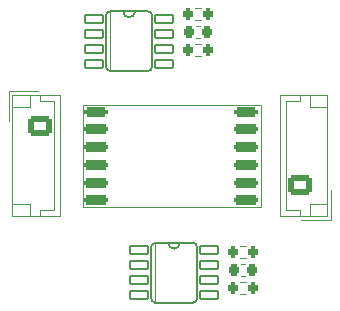
<source format=gbr>
%TF.GenerationSoftware,KiCad,Pcbnew,(6.0.11-0)*%
%TF.CreationDate,2024-03-07T11:04:15-05:00*%
%TF.ProjectId,CamperLightsSMD,43616d70-6572-44c6-9967-687473534d44,rev?*%
%TF.SameCoordinates,Original*%
%TF.FileFunction,Legend,Top*%
%TF.FilePolarity,Positive*%
%FSLAX46Y46*%
G04 Gerber Fmt 4.6, Leading zero omitted, Abs format (unit mm)*
G04 Created by KiCad (PCBNEW (6.0.11-0)) date 2024-03-07 11:04:15*
%MOMM*%
%LPD*%
G01*
G04 APERTURE LIST*
G04 Aperture macros list*
%AMRoundRect*
0 Rectangle with rounded corners*
0 $1 Rounding radius*
0 $2 $3 $4 $5 $6 $7 $8 $9 X,Y pos of 4 corners*
0 Add a 4 corners polygon primitive as box body*
4,1,4,$2,$3,$4,$5,$6,$7,$8,$9,$2,$3,0*
0 Add four circle primitives for the rounded corners*
1,1,$1+$1,$2,$3*
1,1,$1+$1,$4,$5*
1,1,$1+$1,$6,$7*
1,1,$1+$1,$8,$9*
0 Add four rect primitives between the rounded corners*
20,1,$1+$1,$2,$3,$4,$5,0*
20,1,$1+$1,$4,$5,$6,$7,0*
20,1,$1+$1,$6,$7,$8,$9,0*
20,1,$1+$1,$8,$9,$2,$3,0*%
G04 Aperture macros list end*
%ADD10C,0.120000*%
%ADD11C,0.152400*%
%ADD12C,0.050800*%
%ADD13RoundRect,0.200000X-0.800000X-0.200000X0.800000X-0.200000X0.800000X0.200000X-0.800000X0.200000X0*%
%ADD14RoundRect,0.200000X-0.812500X-0.200000X0.812500X-0.200000X0.812500X0.200000X-0.812500X0.200000X0*%
%ADD15C,2.200000*%
%ADD16RoundRect,0.200000X0.200000X0.275000X-0.200000X0.275000X-0.200000X-0.275000X0.200000X-0.275000X0*%
%ADD17RoundRect,0.250000X0.725000X-0.600000X0.725000X0.600000X-0.725000X0.600000X-0.725000X-0.600000X0*%
%ADD18O,1.950000X1.700000*%
%ADD19RoundRect,0.250000X-0.725000X0.600000X-0.725000X-0.600000X0.725000X-0.600000X0.725000X0.600000X0*%
%ADD20RoundRect,0.102000X-0.762000X0.330200X-0.762000X-0.330200X0.762000X-0.330200X0.762000X0.330200X0*%
%ADD21RoundRect,0.225000X-0.225000X-0.250000X0.225000X-0.250000X0.225000X0.250000X-0.225000X0.250000X0*%
G04 APERTURE END LIST*
D10*
%TO.C,U1*%
X135502000Y-91013000D02*
X150602000Y-91013000D01*
X150602000Y-91013000D02*
X150602000Y-99613000D01*
X150602000Y-99613000D02*
X135502000Y-99613000D01*
X135502000Y-99613000D02*
X135502000Y-91013000D01*
%TO.C,R4*%
X149335258Y-103938500D02*
X148860742Y-103938500D01*
X149335258Y-102893500D02*
X148860742Y-102893500D01*
%TO.C,R3*%
X149335258Y-105941500D02*
X148860742Y-105941500D01*
X149335258Y-106986500D02*
X148860742Y-106986500D01*
%TO.C,R2*%
X145525258Y-82789500D02*
X145050742Y-82789500D01*
X145525258Y-83834500D02*
X145050742Y-83834500D01*
%TO.C,R1*%
X145525258Y-85837500D02*
X145050742Y-85837500D01*
X145525258Y-86882500D02*
X145050742Y-86882500D01*
%TO.C,J2*%
X156234000Y-100400000D02*
X156234000Y-90180000D01*
X153924000Y-90680000D02*
X153924000Y-90180000D01*
X154734000Y-91180000D02*
X156234000Y-91180000D01*
X152714000Y-90680000D02*
X153924000Y-90680000D01*
X154034000Y-100700000D02*
X156534000Y-100700000D01*
X154734000Y-90180000D02*
X154734000Y-91180000D01*
X153924000Y-99900000D02*
X152714000Y-99900000D01*
X156534000Y-100700000D02*
X156534000Y-98200000D01*
X152214000Y-90180000D02*
X152214000Y-100400000D01*
X154734000Y-100400000D02*
X154734000Y-99400000D01*
X154734000Y-99400000D02*
X156234000Y-99400000D01*
X152214000Y-100400000D02*
X156234000Y-100400000D01*
X153924000Y-100400000D02*
X153924000Y-99900000D01*
X156234000Y-90180000D02*
X152214000Y-90180000D01*
X152714000Y-99900000D02*
X152714000Y-90680000D01*
%TO.C,J1*%
X129562000Y-90140000D02*
X129562000Y-100360000D01*
X131872000Y-99860000D02*
X131872000Y-100360000D01*
X131062000Y-99360000D02*
X129562000Y-99360000D01*
X133082000Y-99860000D02*
X131872000Y-99860000D01*
X131762000Y-89840000D02*
X129262000Y-89840000D01*
X131062000Y-100360000D02*
X131062000Y-99360000D01*
X131872000Y-90640000D02*
X133082000Y-90640000D01*
X129262000Y-89840000D02*
X129262000Y-92340000D01*
X133582000Y-100360000D02*
X133582000Y-90140000D01*
X131062000Y-90140000D02*
X131062000Y-91140000D01*
X131062000Y-91140000D02*
X129562000Y-91140000D01*
X133582000Y-90140000D02*
X129562000Y-90140000D01*
X131872000Y-90140000D02*
X131872000Y-90640000D01*
X129562000Y-100360000D02*
X133582000Y-100360000D01*
X133082000Y-90640000D02*
X133082000Y-99860000D01*
D11*
%TO.C,IC2*%
X145211800Y-107353000D02*
X145211800Y-103035000D01*
X141300200Y-107353000D02*
G75*
G03*
X141681200Y-107734000I381000J0D01*
G01*
X145211800Y-103035000D02*
G75*
G03*
X144830800Y-102654000I-381000J0D01*
G01*
X144830800Y-107734000D02*
G75*
G03*
X145211800Y-107353000I0J381000D01*
G01*
X141681200Y-102654000D02*
G75*
G03*
X141300200Y-103035000I0J-381000D01*
G01*
X141300200Y-103035000D02*
X141300200Y-107353000D01*
X141681200Y-107734000D02*
X144830800Y-107734000D01*
X144830800Y-102654000D02*
X141681200Y-102654000D01*
X142748000Y-102654000D02*
G75*
G03*
X143764000Y-102654000I508000J0D01*
G01*
D12*
X141655800Y-102654000D02*
X141655800Y-107734000D01*
D11*
%TO.C,IC1*%
X141401800Y-87757000D02*
X141401800Y-83439000D01*
X137490200Y-87757000D02*
G75*
G03*
X137871200Y-88138000I381000J0D01*
G01*
X141401800Y-83439000D02*
G75*
G03*
X141020800Y-83058000I-381000J0D01*
G01*
X141020800Y-88138000D02*
G75*
G03*
X141401800Y-87757000I0J381000D01*
G01*
X137871200Y-83058000D02*
G75*
G03*
X137490200Y-83439000I0J-381000D01*
G01*
X137490200Y-83439000D02*
X137490200Y-87757000D01*
X137871200Y-88138000D02*
X141020800Y-88138000D01*
X141020800Y-83058000D02*
X137871200Y-83058000D01*
X138938000Y-83058000D02*
G75*
G03*
X139954000Y-83058000I508000J0D01*
G01*
D12*
X137845800Y-83058000D02*
X137845800Y-88138000D01*
D10*
%TO.C,C2*%
X148957420Y-105450000D02*
X149238580Y-105450000D01*
X148957420Y-104430000D02*
X149238580Y-104430000D01*
%TO.C,C1*%
X145147420Y-85346000D02*
X145428580Y-85346000D01*
X145147420Y-84326000D02*
X145428580Y-84326000D01*
%TD*%
%LPC*%
D13*
%TO.C,U1*%
X149352000Y-91563000D03*
X136652000Y-91563000D03*
D14*
X149364500Y-93063000D03*
X136639500Y-93063000D03*
X136639500Y-94563000D03*
X149364500Y-94563000D03*
X136639500Y-96063000D03*
X149364500Y-96063000D03*
X136639500Y-97563000D03*
X149364500Y-97563000D03*
X136639500Y-99063000D03*
X149364500Y-99063000D03*
%TD*%
D15*
%TO.C,H2*%
X135128000Y-104648000D03*
%TD*%
%TO.C,H1*%
X150622000Y-86614000D03*
%TD*%
D16*
%TO.C,R4*%
X148273000Y-103416000D03*
X149923000Y-103416000D03*
%TD*%
%TO.C,R3*%
X149923000Y-106464000D03*
X148273000Y-106464000D03*
%TD*%
%TO.C,R2*%
X146113000Y-83312000D03*
X144463000Y-83312000D03*
%TD*%
%TO.C,R1*%
X146113000Y-86360000D03*
X144463000Y-86360000D03*
%TD*%
D17*
%TO.C,J2*%
X153924000Y-97790000D03*
D18*
X153924000Y-95290000D03*
X153924000Y-92790000D03*
%TD*%
D19*
%TO.C,J1*%
X131872000Y-92750000D03*
D18*
X131872000Y-95250000D03*
X131872000Y-97750000D03*
%TD*%
D20*
%TO.C,IC2*%
X140282600Y-103289000D03*
X146229400Y-103289000D03*
X140282600Y-104559000D03*
X140282600Y-105829000D03*
X146229400Y-104559000D03*
X146229400Y-105829000D03*
X140282600Y-107099000D03*
X146229400Y-107099000D03*
%TD*%
%TO.C,IC1*%
X136472600Y-83693000D03*
X142419400Y-83693000D03*
X136472600Y-84963000D03*
X136472600Y-86233000D03*
X142419400Y-84963000D03*
X142419400Y-86233000D03*
X136472600Y-87503000D03*
X142419400Y-87503000D03*
%TD*%
D21*
%TO.C,C2*%
X148323000Y-104940000D03*
X149873000Y-104940000D03*
%TD*%
%TO.C,C1*%
X144513000Y-84836000D03*
X146063000Y-84836000D03*
%TD*%
M02*

</source>
